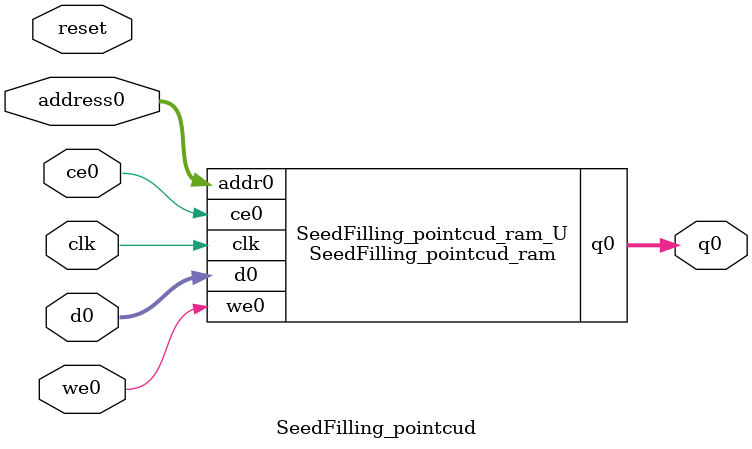
<source format=v>

`timescale 1 ns / 1 ps
module SeedFilling_pointcud_ram (addr0, ce0, d0, we0, q0,  clk);

parameter DWIDTH = 16;
parameter AWIDTH = 17;
parameter MEM_SIZE = 125000;

input[AWIDTH-1:0] addr0;
input ce0;
input[DWIDTH-1:0] d0;
input we0;
output reg[DWIDTH-1:0] q0;
input clk;

(* ram_style = "block" *)reg [DWIDTH-1:0] ram[0:MEM_SIZE-1];




always @(posedge clk)  
begin 
    if (ce0) 
    begin
        if (we0) 
        begin 
            ram[addr0] <= d0; 
            q0 <= d0;
        end 
        else 
            q0 <= ram[addr0];
    end
end


endmodule


`timescale 1 ns / 1 ps
module SeedFilling_pointcud(
    reset,
    clk,
    address0,
    ce0,
    we0,
    d0,
    q0);

parameter DataWidth = 32'd16;
parameter AddressRange = 32'd125000;
parameter AddressWidth = 32'd17;
input reset;
input clk;
input[AddressWidth - 1:0] address0;
input ce0;
input we0;
input[DataWidth - 1:0] d0;
output[DataWidth - 1:0] q0;



SeedFilling_pointcud_ram SeedFilling_pointcud_ram_U(
    .clk( clk ),
    .addr0( address0 ),
    .ce0( ce0 ),
    .we0( we0 ),
    .d0( d0 ),
    .q0( q0 ));

endmodule


</source>
